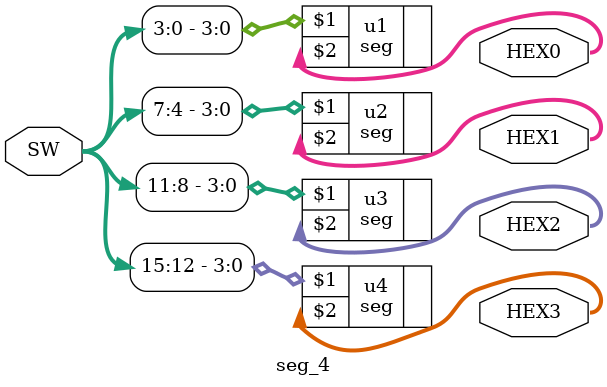
<source format=v>
`include "seg.v"

module seg_4 (
    SW,
    HEX3,
    HEX2,
    HEX1,
    HEX0
);

input [15:0] SW;
output [6:0] HEX0;
output [6:0] HEX1;
output [6:0] HEX2;
output [6:0] HEX3;

seg u1(SW[3:0], HEX0);
seg u2(SW[7:4], HEX1);
seg u3(SW[11:8], HEX2);
seg u4(SW[15:12], HEX3);

endmodule

</source>
